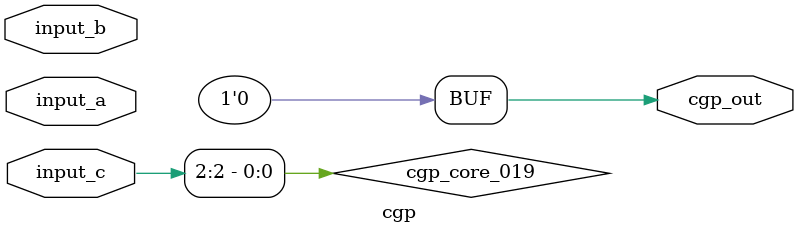
<source format=v>
module cgp(input [2:0] input_a, input [2:0] input_b, input [2:0] input_c, output [0:0] cgp_out);
  wire cgp_core_011;
  wire cgp_core_013;
  wire cgp_core_014;
  wire cgp_core_016_not;
  wire cgp_core_017;
  wire cgp_core_018;
  wire cgp_core_019;
  wire cgp_core_020;
  wire cgp_core_021;
  wire cgp_core_024;
  wire cgp_core_025;
  wire cgp_core_026;
  wire cgp_core_027;
  wire cgp_core_028;
  wire cgp_core_029;
  wire cgp_core_032;
  wire cgp_core_034;
  wire cgp_core_035;
  wire cgp_core_036;
  wire cgp_core_037;
  wire cgp_core_038;
  wire cgp_core_039;

  assign cgp_core_011 = input_a[0] ^ input_c[0];
  assign cgp_core_013 = ~(input_a[1] & input_c[1]);
  assign cgp_core_014 = input_a[1] & input_c[1];
  assign cgp_core_016_not = ~cgp_core_013;
  assign cgp_core_017 = cgp_core_014 | cgp_core_016_not;
  assign cgp_core_018 = input_a[2] ^ input_c[2];
  assign cgp_core_019 = input_c[2] & input_c[2];
  assign cgp_core_020 = cgp_core_018 ^ cgp_core_017;
  assign cgp_core_021 = input_a[2] & cgp_core_017;
  assign cgp_core_024 = ~input_c[2];
  assign cgp_core_025 = ~cgp_core_020;
  assign cgp_core_026 = input_b[2] & cgp_core_025;
  assign cgp_core_027 = input_b[2] & cgp_core_024;
  assign cgp_core_028 = ~input_b[2];
  assign cgp_core_029 = cgp_core_028 & cgp_core_024;
  assign cgp_core_032 = input_b[1] & cgp_core_029;
  assign cgp_core_034 = input_b[1] & cgp_core_029;
  assign cgp_core_035 = ~cgp_core_011;
  assign cgp_core_036 = input_b[0] & cgp_core_035;
  assign cgp_core_037 = input_a[2] & cgp_core_034;
  assign cgp_core_038 = input_b[0] & cgp_core_011;
  assign cgp_core_039 = cgp_core_038 & cgp_core_034;

  assign cgp_out[0] = 1'b0;
endmodule
</source>
